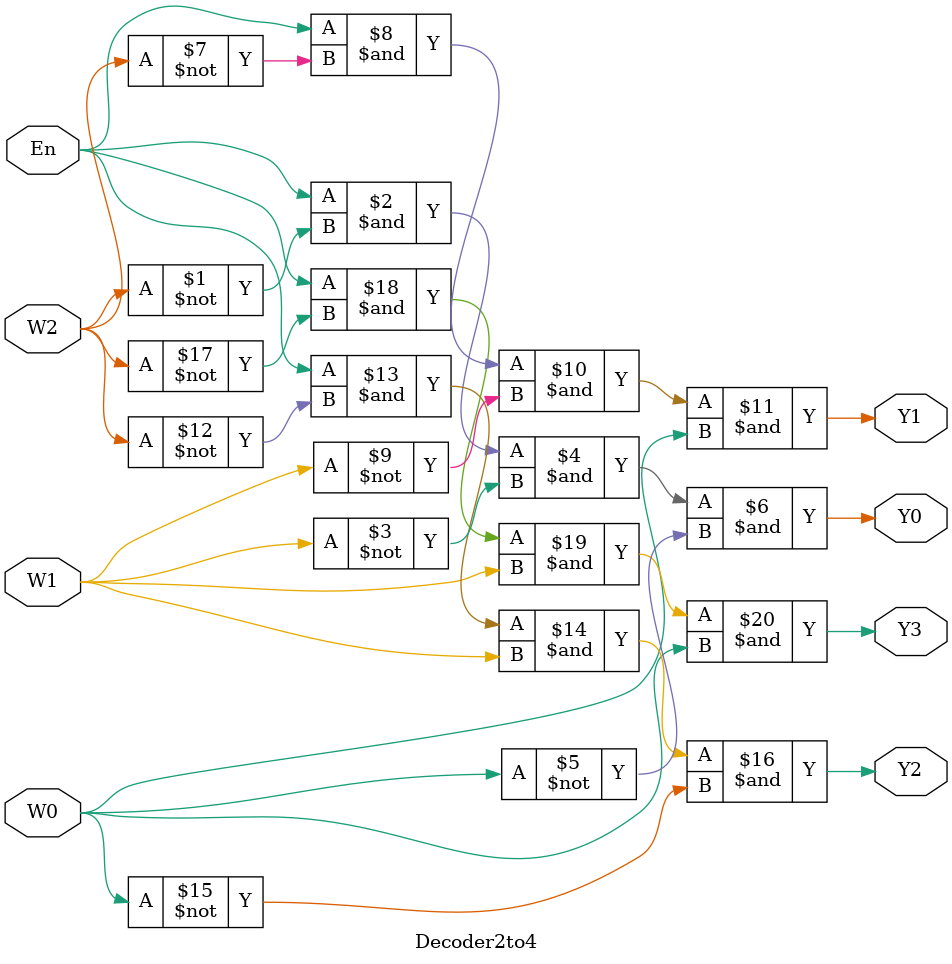
<source format=v>

module Decoder2to4 (En, W2, W1, W0, Y0, Y1, Y2, Y3);
	input En, W2, W1, W0;
	output Y0, Y1, Y2, Y3;
	assign Y0 = (En &(~W2) & (~W1) & (~W0)),
	       Y1 = (En & (~W2) & (~W1) & W0),
			 Y2 = (En & (~W2) & W1 & (~W0)),
			 Y3 = (En & (~W2) & W1 & W0);
endmodule
</source>
